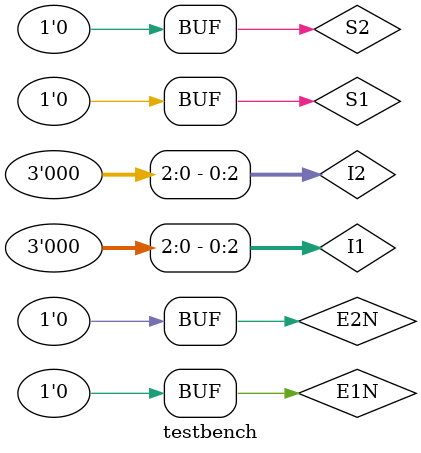
<source format=v>
`timescale 1ns/10ps
module testbench();
reg[0:3]I1;reg[0:3]I2;
reg S1,S2,E1N,E2N;
wire Y1,Y2;

HC153 u1(I1,I2,S1,S2,E1N,E2N,Y1,Y2);
initial
begin
 I1=0;
 repeat(20)
  #20 I1=$random;
end

initial
begin
 I2=0;
 repeat(20)
  #20 I2=$random;
end

initial
 begin
  S1=0;S2=0;
  #20 S1=0;S2=1;
  #100 S1=1;S2=0;
  #100 S1=1;S2=1;
  #100 S1=0;S2=0;
  #100;
end

initial
begin
 E1N=1;E2N=1;
 #20 E1N=0;E2N=0;
end
endmodule
</source>
